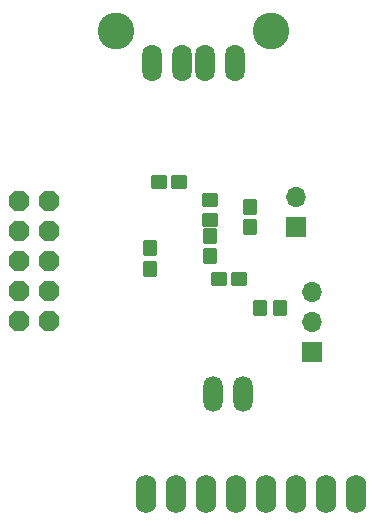
<source format=gbr>
%TF.GenerationSoftware,KiCad,Pcbnew,8.0.6*%
%TF.CreationDate,2024-11-27T18:57:58+00:00*%
%TF.ProjectId,wmk,776d6b2e-6b69-4636-9164-5f7063625858,rev?*%
%TF.SameCoordinates,Original*%
%TF.FileFunction,Soldermask,Bot*%
%TF.FilePolarity,Negative*%
%FSLAX46Y46*%
G04 Gerber Fmt 4.6, Leading zero omitted, Abs format (unit mm)*
G04 Created by KiCad (PCBNEW 8.0.6) date 2024-11-27 18:57:58*
%MOMM*%
%LPD*%
G01*
G04 APERTURE LIST*
G04 Aperture macros list*
%AMRoundRect*
0 Rectangle with rounded corners*
0 $1 Rounding radius*
0 $2 $3 $4 $5 $6 $7 $8 $9 X,Y pos of 4 corners*
0 Add a 4 corners polygon primitive as box body*
4,1,4,$2,$3,$4,$5,$6,$7,$8,$9,$2,$3,0*
0 Add four circle primitives for the rounded corners*
1,1,$1+$1,$2,$3*
1,1,$1+$1,$4,$5*
1,1,$1+$1,$6,$7*
1,1,$1+$1,$8,$9*
0 Add four rect primitives between the rounded corners*
20,1,$1+$1,$2,$3,$4,$5,0*
20,1,$1+$1,$4,$5,$6,$7,0*
20,1,$1+$1,$6,$7,$8,$9,0*
20,1,$1+$1,$8,$9,$2,$3,0*%
%AMFreePoly0*
4,1,25,0.375350,0.844196,0.387473,0.833842,0.833842,0.387473,0.862349,0.331525,0.863600,0.315631,0.863600,-0.315631,0.844196,-0.375350,0.833842,-0.387473,0.387473,-0.833842,0.331525,-0.862349,0.315631,-0.863600,-0.315631,-0.863600,-0.375350,-0.844196,-0.387473,-0.833842,-0.833842,-0.387473,-0.862349,-0.331525,-0.863600,-0.315631,-0.863600,0.315631,-0.844196,0.375350,-0.833842,0.387473,
-0.387473,0.833842,-0.331525,0.862349,-0.315631,0.863600,0.315631,0.863600,0.375350,0.844196,0.375350,0.844196,$1*%
G04 Aperture macros list end*
%ADD10R,1.700000X1.700000*%
%ADD11O,1.700000X1.700000*%
%ADD12O,1.625600X3.048000*%
%ADD13O,1.661200X3.119200*%
%ADD14C,3.103200*%
%ADD15O,1.727200X3.251200*%
%ADD16FreePoly0,90.000000*%
%ADD17RoundRect,0.101600X0.500000X-0.550000X0.500000X0.550000X-0.500000X0.550000X-0.500000X-0.550000X0*%
%ADD18RoundRect,0.101600X0.550000X-0.500000X0.550000X0.500000X-0.550000X0.500000X-0.550000X-0.500000X0*%
%ADD19RoundRect,0.101600X-0.500000X-0.550000X0.500000X-0.550000X0.500000X0.550000X-0.500000X0.550000X0*%
%ADD20RoundRect,0.101600X-0.500000X0.550000X-0.500000X-0.550000X0.500000X-0.550000X0.500000X0.550000X0*%
%ADD21RoundRect,0.101600X0.550000X0.500000X-0.550000X0.500000X-0.550000X-0.500000X0.550000X-0.500000X0*%
%ADD22RoundRect,0.101600X-0.550000X-0.500000X0.550000X-0.500000X0.550000X0.500000X-0.550000X0.500000X0*%
G04 APERTURE END LIST*
D10*
%TO.C,J2*%
X157200000Y-80625000D03*
D11*
X157200000Y-78085000D03*
%TD*%
D12*
%TO.C,JP3*%
X150150000Y-94750000D03*
X152690000Y-94750000D03*
%TD*%
D13*
%TO.C,X1*%
X152001100Y-66713600D03*
X149501100Y-66713600D03*
X147501100Y-66713600D03*
X145001100Y-66713600D03*
D14*
X155071100Y-64003600D03*
X141931100Y-64003600D03*
%TD*%
D10*
%TO.C,J1*%
X158500000Y-91190000D03*
D11*
X158500000Y-88650000D03*
X158500000Y-86110000D03*
%TD*%
D15*
%TO.C,JP2*%
X162257431Y-103249369D03*
X159717431Y-103249369D03*
X157177431Y-103249369D03*
X154637431Y-103249369D03*
X152097431Y-103249369D03*
X149557431Y-103249369D03*
X147017431Y-103249369D03*
X144477431Y-103249369D03*
%TD*%
D16*
%TO.C,JP1*%
X136271100Y-88583600D03*
X133731100Y-88583600D03*
X136271100Y-86043600D03*
X133731100Y-86043600D03*
X136271100Y-83503600D03*
X133731100Y-83503600D03*
X136271100Y-80963600D03*
X133731100Y-80963600D03*
X136271100Y-78423600D03*
X133731100Y-78423600D03*
%TD*%
D17*
%TO.C,C12*%
X144787584Y-84136100D03*
X144787584Y-82436100D03*
%TD*%
D18*
%TO.C,R2*%
X149900000Y-80050000D03*
X149900000Y-78350000D03*
%TD*%
D19*
%TO.C,R1*%
X154100000Y-87450000D03*
X155800000Y-87450000D03*
%TD*%
D20*
%TO.C,C7*%
X149850000Y-81350000D03*
X149850000Y-83050000D03*
%TD*%
%TO.C,C6*%
X153245100Y-78937500D03*
X153245100Y-80637500D03*
%TD*%
D21*
%TO.C,C16*%
X152355000Y-85009800D03*
X150655000Y-85009800D03*
%TD*%
D22*
%TO.C,C5*%
X145579268Y-76780438D03*
X147279268Y-76780438D03*
%TD*%
M02*

</source>
